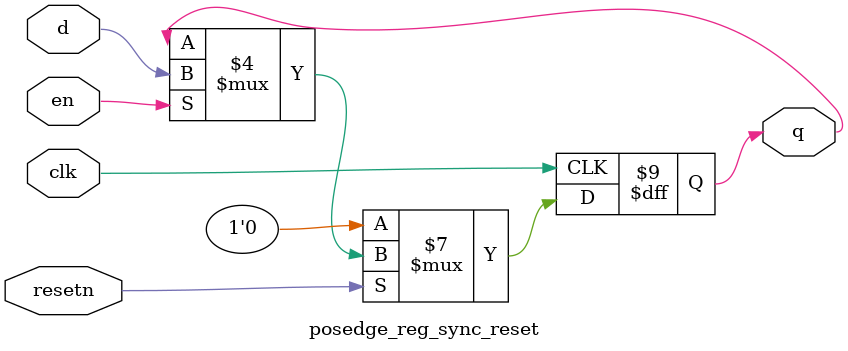
<source format=v>
module edge_testing (d0,clk, resetn, en,q0);

input clk;
input resetn;
input en;
input d0;
output q0;

posedge_reg_sync_reset zzxx_posedge_reg_sync_reset_zzxx (d2,clk,resetn,en,q2);

endmodule


module posedge_reg_sync_reset(d,clk,resetn,en,q);


input clk;
input resetn;
input en;
input d;
output  q;
reg q;

always @(posedge clk )		
begin : sync_reset
	if (resetn==0)
		q<=0;
	else if (en==1)
		q<=d;
end

endmodule

</source>
